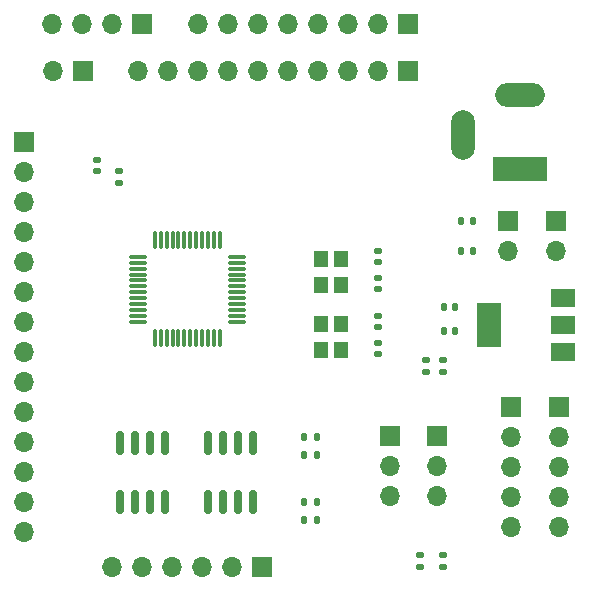
<source format=gts>
%TF.GenerationSoftware,KiCad,Pcbnew,(5.99.0-12896-g1860893d63)*%
%TF.CreationDate,2021-10-23T11:38:25+08:00*%
%TF.ProjectId,GD32_SPINE,47443332-5f53-4504-994e-452e6b696361,rev?*%
%TF.SameCoordinates,Original*%
%TF.FileFunction,Soldermask,Top*%
%TF.FilePolarity,Negative*%
%FSLAX46Y46*%
G04 Gerber Fmt 4.6, Leading zero omitted, Abs format (unit mm)*
G04 Created by KiCad (PCBNEW (5.99.0-12896-g1860893d63)) date 2021-10-23 11:38:25*
%MOMM*%
%LPD*%
G01*
G04 APERTURE LIST*
G04 Aperture macros list*
%AMRoundRect*
0 Rectangle with rounded corners*
0 $1 Rounding radius*
0 $2 $3 $4 $5 $6 $7 $8 $9 X,Y pos of 4 corners*
0 Add a 4 corners polygon primitive as box body*
4,1,4,$2,$3,$4,$5,$6,$7,$8,$9,$2,$3,0*
0 Add four circle primitives for the rounded corners*
1,1,$1+$1,$2,$3*
1,1,$1+$1,$4,$5*
1,1,$1+$1,$6,$7*
1,1,$1+$1,$8,$9*
0 Add four rect primitives between the rounded corners*
20,1,$1+$1,$2,$3,$4,$5,0*
20,1,$1+$1,$4,$5,$6,$7,0*
20,1,$1+$1,$6,$7,$8,$9,0*
20,1,$1+$1,$8,$9,$2,$3,0*%
G04 Aperture macros list end*
%ADD10R,1.700000X1.700000*%
%ADD11O,1.700000X1.700000*%
%ADD12RoundRect,0.135000X-0.185000X0.135000X-0.185000X-0.135000X0.185000X-0.135000X0.185000X0.135000X0*%
%ADD13RoundRect,0.140000X-0.170000X0.140000X-0.170000X-0.140000X0.170000X-0.140000X0.170000X0.140000X0*%
%ADD14RoundRect,0.135000X0.185000X-0.135000X0.185000X0.135000X-0.185000X0.135000X-0.185000X-0.135000X0*%
%ADD15RoundRect,0.140000X0.140000X0.170000X-0.140000X0.170000X-0.140000X-0.170000X0.140000X-0.170000X0*%
%ADD16RoundRect,0.150000X-0.150000X0.825000X-0.150000X-0.825000X0.150000X-0.825000X0.150000X0.825000X0*%
%ADD17RoundRect,0.135000X0.135000X0.185000X-0.135000X0.185000X-0.135000X-0.185000X0.135000X-0.185000X0*%
%ADD18R,1.200000X1.400000*%
%ADD19R,2.000000X1.500000*%
%ADD20R,2.000000X3.800000*%
%ADD21RoundRect,0.075000X0.662500X0.075000X-0.662500X0.075000X-0.662500X-0.075000X0.662500X-0.075000X0*%
%ADD22RoundRect,0.075000X0.075000X0.662500X-0.075000X0.662500X-0.075000X-0.662500X0.075000X-0.662500X0*%
%ADD23RoundRect,0.140000X0.170000X-0.140000X0.170000X0.140000X-0.170000X0.140000X-0.170000X-0.140000X0*%
%ADD24R,4.600000X2.000000*%
%ADD25O,4.200000X2.000000*%
%ADD26O,2.000000X4.200000*%
G04 APERTURE END LIST*
D10*
%TO.C,J9*%
X143256000Y-84500000D03*
D11*
X143256000Y-87040000D03*
X143256000Y-89580000D03*
X143256000Y-92120000D03*
X143256000Y-94660000D03*
%TD*%
D12*
%TO.C,R5*%
X137500000Y-80490000D03*
X137500000Y-81510000D03*
%TD*%
D10*
%TO.C,J6*%
X134500000Y-56000000D03*
D11*
X131960000Y-56000000D03*
X129420000Y-56000000D03*
X126880000Y-56000000D03*
X124340000Y-56000000D03*
X121800000Y-56000000D03*
X119260000Y-56000000D03*
X116720000Y-56000000D03*
X114180000Y-56000000D03*
X111640000Y-56000000D03*
%TD*%
D10*
%TO.C,SW1*%
X107000000Y-56000000D03*
D11*
X104460000Y-56000000D03*
%TD*%
D13*
%TO.C,C1*%
X132000000Y-73520000D03*
X132000000Y-74480000D03*
%TD*%
D12*
%TO.C,R3*%
X136000000Y-80490000D03*
X136000000Y-81510000D03*
%TD*%
D14*
%TO.C,R7*%
X110000000Y-65510000D03*
X110000000Y-64490000D03*
%TD*%
D10*
%TO.C,J5*%
X137000000Y-86960000D03*
D11*
X137000000Y-89500000D03*
X137000000Y-92040000D03*
%TD*%
D15*
%TO.C,C6*%
X139980000Y-71250000D03*
X139020000Y-71250000D03*
%TD*%
%TO.C,C5*%
X139980000Y-68750000D03*
X139020000Y-68750000D03*
%TD*%
D14*
%TO.C,R4*%
X135500000Y-98010000D03*
X135500000Y-96990000D03*
%TD*%
D13*
%TO.C,C9*%
X108200000Y-63520000D03*
X108200000Y-64480000D03*
%TD*%
D16*
%TO.C,U3*%
X121405000Y-87525000D03*
X120135000Y-87525000D03*
X118865000Y-87525000D03*
X117595000Y-87525000D03*
X117595000Y-92475000D03*
X118865000Y-92475000D03*
X120135000Y-92475000D03*
X121405000Y-92475000D03*
%TD*%
D13*
%TO.C,C3*%
X132000000Y-79020000D03*
X132000000Y-79980000D03*
%TD*%
D17*
%TO.C,R9*%
X126760000Y-94000000D03*
X125740000Y-94000000D03*
%TD*%
D10*
%TO.C,J11*%
X143000000Y-68725000D03*
D11*
X143000000Y-71265000D03*
%TD*%
D16*
%TO.C,U4*%
X113905000Y-87525000D03*
X112635000Y-87525000D03*
X111365000Y-87525000D03*
X110095000Y-87525000D03*
X110095000Y-92475000D03*
X111365000Y-92475000D03*
X112635000Y-92475000D03*
X113905000Y-92475000D03*
%TD*%
D18*
%TO.C,Y1*%
X127150000Y-71900000D03*
X127150000Y-74100000D03*
X128850000Y-74100000D03*
X128850000Y-71900000D03*
%TD*%
D10*
%TO.C,J12*%
X147000000Y-68725000D03*
D11*
X147000000Y-71265000D03*
%TD*%
D10*
%TO.C,J3*%
X112000000Y-52000000D03*
D11*
X109460000Y-52000000D03*
X106920000Y-52000000D03*
X104380000Y-52000000D03*
%TD*%
D17*
%TO.C,R1*%
X126760000Y-87000000D03*
X125740000Y-87000000D03*
%TD*%
D19*
%TO.C,U2*%
X147650000Y-79800000D03*
D20*
X141350000Y-77500000D03*
D19*
X147650000Y-77500000D03*
X147650000Y-75200000D03*
%TD*%
D15*
%TO.C,C8*%
X138480000Y-76000000D03*
X137520000Y-76000000D03*
%TD*%
%TO.C,C7*%
X138480000Y-78000000D03*
X137520000Y-78000000D03*
%TD*%
D21*
%TO.C,U1*%
X119986500Y-77250000D03*
X119986500Y-76750000D03*
X119986500Y-76250000D03*
X119986500Y-75750000D03*
X119986500Y-75250000D03*
X119986500Y-74750000D03*
X119986500Y-74250000D03*
X119986500Y-73750000D03*
X119986500Y-73250000D03*
X119986500Y-72750000D03*
X119986500Y-72250000D03*
X119986500Y-71750000D03*
D22*
X118574000Y-70337500D03*
X118074000Y-70337500D03*
X117574000Y-70337500D03*
X117074000Y-70337500D03*
X116574000Y-70337500D03*
X116074000Y-70337500D03*
X115574000Y-70337500D03*
X115074000Y-70337500D03*
X114574000Y-70337500D03*
X114074000Y-70337500D03*
X113574000Y-70337500D03*
X113074000Y-70337500D03*
D21*
X111661500Y-71750000D03*
X111661500Y-72250000D03*
X111661500Y-72750000D03*
X111661500Y-73250000D03*
X111661500Y-73750000D03*
X111661500Y-74250000D03*
X111661500Y-74750000D03*
X111661500Y-75250000D03*
X111661500Y-75750000D03*
X111661500Y-76250000D03*
X111661500Y-76750000D03*
X111661500Y-77250000D03*
D22*
X113074000Y-78662500D03*
X113574000Y-78662500D03*
X114074000Y-78662500D03*
X114574000Y-78662500D03*
X115074000Y-78662500D03*
X115574000Y-78662500D03*
X116074000Y-78662500D03*
X116574000Y-78662500D03*
X117074000Y-78662500D03*
X117574000Y-78662500D03*
X118074000Y-78662500D03*
X118574000Y-78662500D03*
%TD*%
D10*
%TO.C,J10*%
X147320000Y-84500000D03*
D11*
X147320000Y-87040000D03*
X147320000Y-89580000D03*
X147320000Y-92120000D03*
X147320000Y-94660000D03*
%TD*%
D23*
%TO.C,C4*%
X132000000Y-77730000D03*
X132000000Y-76770000D03*
%TD*%
D14*
%TO.C,R6*%
X137500000Y-98010000D03*
X137500000Y-96990000D03*
%TD*%
D18*
%TO.C,Y2*%
X127150000Y-77400000D03*
X127150000Y-79600000D03*
X128850000Y-79600000D03*
X128850000Y-77400000D03*
%TD*%
D23*
%TO.C,C2*%
X132000000Y-72210000D03*
X132000000Y-71250000D03*
%TD*%
D17*
%TO.C,R2*%
X126760000Y-88500000D03*
X125740000Y-88500000D03*
%TD*%
D10*
%TO.C,J4*%
X133000000Y-86960000D03*
D11*
X133000000Y-89500000D03*
X133000000Y-92040000D03*
%TD*%
D10*
%TO.C,J7*%
X122174000Y-98000000D03*
D11*
X119634000Y-98000000D03*
X117094000Y-98000000D03*
X114554000Y-98000000D03*
X112014000Y-98000000D03*
X109474000Y-98000000D03*
%TD*%
D24*
%TO.C,J1*%
X144000000Y-64350000D03*
D25*
X144000000Y-58050000D03*
D26*
X139200000Y-61450000D03*
%TD*%
D10*
%TO.C,J8*%
X102000000Y-62000000D03*
D11*
X102000000Y-64540000D03*
X102000000Y-67080000D03*
X102000000Y-69620000D03*
X102000000Y-72160000D03*
X102000000Y-74700000D03*
X102000000Y-77240000D03*
X102000000Y-79780000D03*
X102000000Y-82320000D03*
X102000000Y-84860000D03*
X102000000Y-87400000D03*
X102000000Y-89940000D03*
X102000000Y-92480000D03*
X102000000Y-95020000D03*
%TD*%
D17*
%TO.C,R8*%
X126760000Y-92500000D03*
X125740000Y-92500000D03*
%TD*%
D10*
%TO.C,J2*%
X134500000Y-52000000D03*
D11*
X131960000Y-52000000D03*
X129420000Y-52000000D03*
X126880000Y-52000000D03*
X124340000Y-52000000D03*
X121800000Y-52000000D03*
X119260000Y-52000000D03*
X116720000Y-52000000D03*
%TD*%
M02*

</source>
